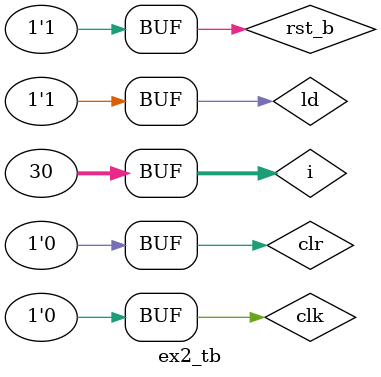
<source format=v>
module register #(parameter w=3)
(input clk, input rst_b, input ld, input clr, input [w-1:0] d, output reg [w-1:0] q);
  always @(posedge clk, negedge rst_b) begin
    if(!rst_b)q<=0;
    else if(clr)q<=0;
    else if(ld)q<=d;
  end
endmodule

module ex2(input clk, input rst_b, input ld, input clr, output fdclk);
  wire [2:0] q;
  
  register #(
    .w(3)
    ) rgst (
    .clk(clk),
    .rst_b(rst_b),
    .ld(ld),
    .clr((q[2]&q[1])|clr),
    .d({(q[1]&q[0])^q[2],q[2]^q[1],~q[0]}),
    .q(q)
  );
  
  assign fdclk=~(q[2]|q[1]|q[0]);
  
endmodule

module ex2_tb;
  
  reg clk, rst_b, ld, clr;
  wire fdclk;
  
  ex2 dut(
    .clk(clk),
    .rst_b(rst_b),
    .ld(ld),
    .clr(clr),
    .fdclk(fdclk)
  );
  
  initial begin
    clk=0;
    rst_b=0;
    clr=0;
    ld=1;
  end
  
  integer i;
  initial begin
    for(i=0;i<30;i=i+1) begin
      #50 clk=~clk;
    end
  end
  
  initial begin
    #25 rst_b=1;
  end
  
  initial begin
    #600 clr=1;
    #100 clr=0;
    #500 clr=1;
    #100 clr=0;
  end
  
endmodule
</source>
